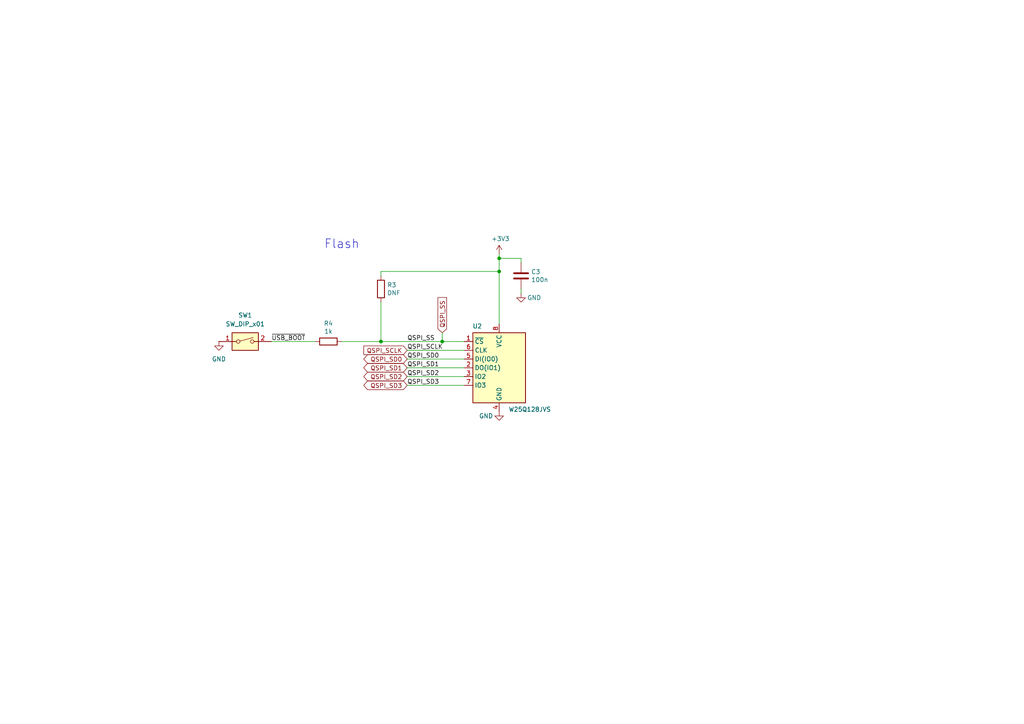
<source format=kicad_sch>
(kicad_sch (version 20231120) (generator "eeschema") (generator_version "8.0")
  (paper "A4")
  (lib_symbols
    (symbol "Device:C" (pin_numbers hide) (pin_names (offset 0.254))
      (property "Reference" "C" (at 0.635 2.54 0))
      (property "Value" "C" (at 0.635 -2.54 0))
      (symbol "C_0_1"
        (polyline (pts (xy -2.032 -0.762) (xy 2.032 -0.762)) (stroke (width 0.508)))
        (polyline (pts (xy -2.032 0.762) (xy 2.032 0.762)) (stroke (width 0.508)))
      )
      (symbol "C_1_1"
        (pin passive line (at 0 3.81 270) (length 2.794) (name "~") (number "1"))
        (pin passive line (at 0 -3.81 90) (length 2.794) (name "~") (number "2"))
      )
    )
    (symbol "Device:R" (pin_numbers hide) (pin_names (offset 0))
      (property "Reference" "R" (at 2.032 0 90))
      (property "Value" "R" (at 0 0 90))
      (symbol "R_0_1"
        (rectangle (start -1.016 -2.54) (end 1.016 2.54) (stroke (width 0.254)))
      )
      (symbol "R_1_1"
        (pin passive line (at 0 3.81 270) (length 1.27) (name "~") (number "1"))
        (pin passive line (at 0 -3.81 90) (length 1.27) (name "~") (number "2"))
      )
    )
    (symbol "GND_1" (power) (pin_numbers hide) (pin_names (offset 0) hide)
      (property "Value" "GND" (at 0 -3.81 0))
      (symbol "GND_1_0_1"
        (polyline (pts (xy 0 0) (xy 0 -1.27) (xy 1.27 -1.27) (xy 0 -2.54) (xy -1.27 -1.27) (xy 0 -1.27)))
      )
      (symbol "GND_1_1_1"
        (pin power_in line (at 0 0 270) (length 0) (name "~") (number "1"))
      )
    )
    (symbol "Memory_Flash:W25Q128JVS"
      (property "Reference" "U" (at -8.89 8.89 0))
      (property "Value" "W25Q128JVS" (at 7.62 8.89 0))
      (symbol "W25Q128JVS_0_1"
        (rectangle (start -7.62 10.16) (end 7.62 -10.16) (stroke (width 0.254)) (fill (type background)))
      )
      (symbol "W25Q128JVS_1_1"
        (pin input line (at -10.16 7.62 0) (length 2.54) (name "~{CS}") (number "1"))
        (pin bidirectional line (at -10.16 0 0) (length 2.54) (name "DO(IO1)") (number "2"))
        (pin bidirectional line (at -10.16 -2.54 0) (length 2.54) (name "IO2") (number "3"))
        (pin power_in line (at 0 -12.7 90) (length 2.54) (name "GND") (number "4"))
        (pin bidirectional line (at -10.16 2.54 0) (length 2.54) (name "DI(IO0)") (number "5"))
        (pin input line (at -10.16 5.08 0) (length 2.54) (name "CLK") (number "6"))
        (pin bidirectional line (at -10.16 -5.08 0) (length 2.54) (name "IO3") (number "7"))
        (pin power_in line (at 0 12.7 270) (length 2.54) (name "VCC") (number "8"))
      )
    )
    (symbol "Switch:SW_DIP_x01" (pin_names (offset 0) hide)
      (property "Reference" "SW" (at 0 3.81 0))
      (property "Value" "SW_DIP_x01" (at 0 -3.81 0))
      (symbol "SW_DIP_x01_0_0"
        (circle (center -2.032 0) (radius 0.508))
        (polyline (pts (xy -1.524 0.127) (xy 2.3622 1.1684)))
        (circle (center 2.032 0) (radius 0.508))
      )
      (symbol "SW_DIP_x01_0_1"
        (rectangle (start -3.81 2.54) (end 3.81 -2.54) (stroke (width 0.254)) (fill (type background)))
      )
      (symbol "SW_DIP_x01_1_1"
        (pin passive line (at -7.62 0 0) (length 5.08) (name "~") (number "1"))
        (pin passive line (at 7.62 0 180) (length 5.08) (name "~") (number "2"))
      )
    )
    (symbol "power:+3V3" (power) (pin_names (offset 0))
      (property "Value" "+3V3" (at 0 3.556 0))
      (symbol "+3V3_0_1"
        (polyline (pts (xy -0.762 1.27) (xy 0 2.54)))
        (polyline (pts (xy 0 0) (xy 0 2.54)))
        (polyline (pts (xy 0 2.54) (xy 0.762 1.27)))
      )
      (symbol "+3V3_1_1"
        (pin power_in line (at 0 0 90) (length 0) hide (name "+3V3") (number "1"))
      )
    )
    (symbol "power:GND" (power) (pin_names (offset 0))
      (property "Value" "GND" (at 0 -3.81 0))
      (symbol "GND_0_1"
        (polyline (pts (xy 0 0) (xy 0 -1.27) (xy 1.27 -1.27) (xy 0 -2.54) (xy -1.27 -1.27) (xy 0 -1.27)))
      )
      (symbol "GND_1_1"
        (pin power_in line (at 0 0 270) (length 0) hide (name "GND") (number "1"))
      )
    )
  )
  (junction (at 144.78 74.93))
  (junction (at 128.27 99.06))
  (junction (at 144.78 78.74))
  (junction (at 110.49 99.06))
  (wire (pts (xy 110.49 78.74) (xy 144.78 78.74)))
  (wire (pts (xy 144.78 74.93) (xy 144.78 78.74)))
  (wire (pts (xy 134.62 109.22) (xy 118.11 109.22)))
  (wire (pts (xy 144.78 78.74) (xy 144.78 93.98)))
  (wire (pts (xy 99.06 99.06) (xy 110.49 99.06)))
  (wire (pts (xy 128.27 96.52) (xy 128.27 99.06)))
  (wire (pts (xy 144.78 73.66) (xy 144.78 74.93)))
  (wire (pts (xy 91.44 99.06) (xy 78.74 99.06)))
  (wire (pts (xy 110.49 80.01) (xy 110.49 78.74)))
  (wire (pts (xy 110.49 87.63) (xy 110.49 99.06)))
  (wire (pts (xy 134.62 104.14) (xy 118.11 104.14)))
  (wire (pts (xy 134.62 106.68) (xy 118.11 106.68)))
  (wire (pts (xy 151.13 74.93) (xy 144.78 74.93)))
  (wire (pts (xy 110.49 99.06) (xy 128.27 99.06)))
  (wire (pts (xy 151.13 76.2) (xy 151.13 74.93)))
  (wire (pts (xy 151.13 83.82) (xy 151.13 85.09)))
  (wire (pts (xy 134.62 111.76) (xy 118.11 111.76)))
  (wire (pts (xy 118.11 101.6) (xy 134.62 101.6)))
  (wire (pts (xy 128.27 99.06) (xy 134.62 99.06)))
  (text "Flash" (at 93.98 72.39 0) (effects (font (size 2.54 2.54)) (justify left bottom)))
  (label "QSPI_SD0" (at 118.11 104.14 0))
  (label "~{USB_BOOT}" (at 78.74 99.06 0))
  (label "QSPI_SS" (at 118.11 99.06 0))
  (label "QSPI_SCLK" (at 118.11 101.6 0))
  (label "QSPI_SD3" (at 118.11 111.76 0))
  (label "QSPI_SD1" (at 118.11 106.68 0))
  (label "QSPI_SD2" (at 118.11 109.22 0))
  (global_label "QSPI_SD3" (shape bidirectional) (at 118.11 111.76 180) (property "Intersheetrefs" "${INTERSHEET_REFS}" (effects (hide yes))))
  (global_label "QSPI_SCLK" (shape input) (at 118.11 101.6 180) (property "Intersheetrefs" "${INTERSHEET_REFS}" (effects (hide yes))))
  (global_label "QSPI_SD0" (shape bidirectional) (at 118.11 104.14 180) (property "Intersheetrefs" "${INTERSHEET_REFS}" (effects (hide yes))))
  (global_label "QSPI_SS" (shape input) (at 128.27 96.52 90) (property "Intersheetrefs" "${INTERSHEET_REFS}" (effects (hide yes))))
  (global_label "QSPI_SD2" (shape bidirectional) (at 118.11 109.22 180) (property "Intersheetrefs" "${INTERSHEET_REFS}" (effects (hide yes))))
  (global_label "QSPI_SD1" (shape bidirectional) (at 118.11 106.68 180) (property "Intersheetrefs" "${INTERSHEET_REFS}" (effects (hide yes))))
  (symbol (lib_id "Switch:SW_DIP_x01") (at 71.12 99.06 0) (unit 1)
    (property "Reference" "SW1" (at 71.12 91.44 0))
    (property "Value" "SW_DIP_x01" (at 71.12 93.98 0))
    (property "Footprint" "Button_Switch_SMD:SW_DIP_SPSTx01_Slide_6.7x4.1mm_W8.61mm_P2.54mm_LowProfile" (effects (hide yes)))
    (property "Description" "1x DIP Switch, Single Pole Single Throw (SPST) switch, small symbol" (effects (hide yes)))
  )
  (symbol (lib_id "Device:R") (at 110.49 83.82 0) (unit 1)
    (property "Reference" "R3" (at 112.268 82.6516 0) (effects (justify left)))
    (property "Value" "DNF" (at 112.268 84.963 0) (effects (justify left)))
    (property "Footprint" "Resistor_SMD:R_0603_1608Metric" (effects (hide yes)))
  )
  (symbol (lib_name "GND_1") (lib_id "power:GND") (at 63.5 99.06 0) (unit 1)
    (property "Reference" "#PWR012" (effects (hide yes)))
    (property "Value" "GND" (at 63.5 104.14 0))
    (property "Description" "Power symbol creates a global label with name \"GND\" , ground" (effects (hide yes)))
  )
  (symbol (lib_id "Device:R") (at 95.25 99.06 270) (unit 1)
    (property "Reference" "R4" (at 95.25 93.8022 90))
    (property "Value" "1k" (at 95.25 96.1136 90))
    (property "Footprint" "Resistor_SMD:R_0603_1608Metric" (effects (hide yes)))
  )
  (symbol (lib_id "power:GND") (at 144.78 119.38 0) (unit 1)
    (property "Reference" "#PWR013" (effects (hide yes)))
    (property "Value" "GND" (at 140.97 120.65 0))
  )
  (symbol (lib_id "Device:C") (at 151.13 80.01 0) (unit 1)
    (property "Reference" "C3" (at 154.051 78.8416 0) (effects (justify left)))
    (property "Value" "100n" (at 154.051 81.153 0) (effects (justify left)))
    (property "Footprint" "Capacitor_SMD:C_0603_1608Metric" (effects (hide yes)))
  )
  (symbol (lib_id "Memory_Flash:W25Q128JVS") (at 144.78 106.68 0) (unit 1)
    (property "Reference" "U2" (at 138.43 94.615 0))
    (property "Value" "W25Q128JVS" (at 153.67 118.745 0))
    (property "Footprint" "Package_SO:SOIC-8_5.23x5.23mm_P1.27mm" (effects (hide yes)))
    (property "Datasheet" "http://www.winbond.com/resource-files/w25q128jv_dtr%20revc%2003272018%20plus.pdf" (effects (hide yes)))
  )
  (symbol (lib_id "power:+3V3") (at 144.78 73.66 0) (unit 1)
    (property "Reference" "#PWR010" (effects (hide yes)))
    (property "Value" "+3V3" (at 145.161 69.2658 0))
  )
  (symbol (lib_id "power:GND") (at 151.13 85.09 0) (unit 1)
    (property "Reference" "#PWR011" (effects (hide yes)))
    (property "Value" "GND" (at 154.94 86.36 0))
  )
)
</source>
